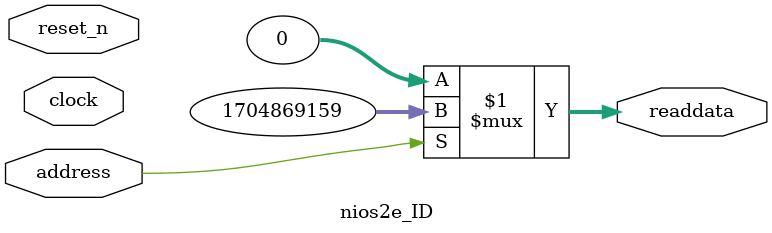
<source format=v>



// synthesis translate_off
`timescale 1ns / 1ps
// synthesis translate_on

// turn off superfluous verilog processor warnings 
// altera message_level Level1 
// altera message_off 10034 10035 10036 10037 10230 10240 10030 

module nios2e_ID (
               // inputs:
                address,
                clock,
                reset_n,

               // outputs:
                readdata
             )
;

  output  [ 31: 0] readdata;
  input            address;
  input            clock;
  input            reset_n;

  wire    [ 31: 0] readdata;
  //control_slave, which is an e_avalon_slave
  assign readdata = address ? 1704869159 : 0;

endmodule



</source>
